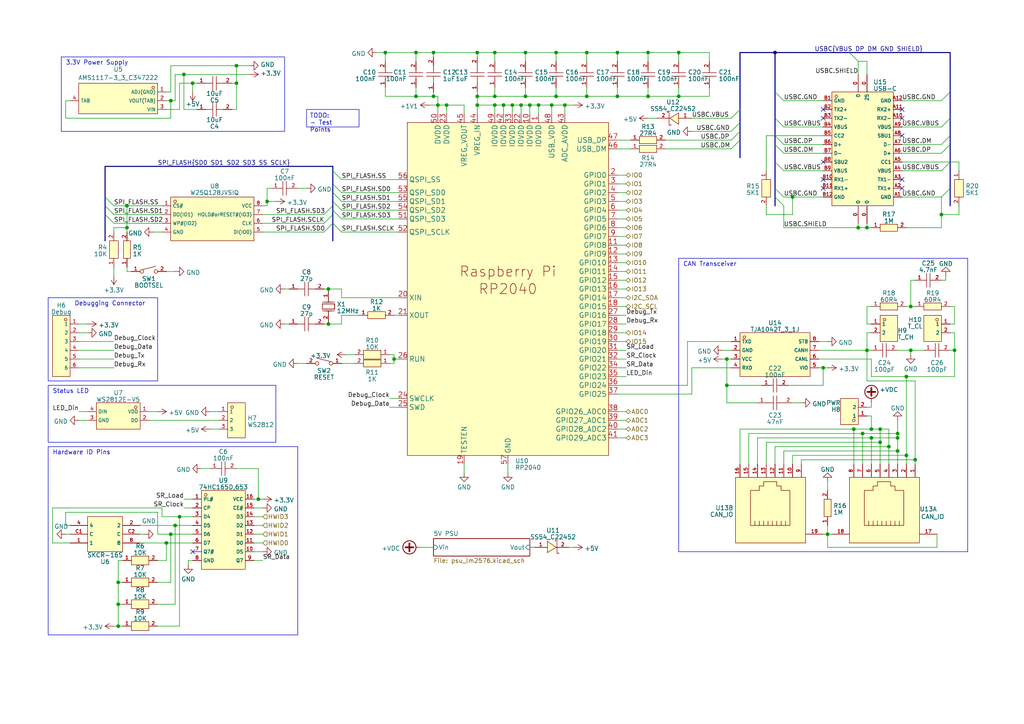
<source format=kicad_sch>
(kicad_sch (version 20230121) (generator eeschema)
  (paper "A4")
  (title_block (title "Pi RP2040 MCU") (date "2024-01-10") (rev "0") (company "DrinkRobotics") (comment 1 "https://git.xythobuz.de/thomas/Dispensy") (comment 3 "PCB Thickness: 1mm") (comment 4 "DRAFT DRAFT DRAFT DRAFT DRAFT"))
  (junction (at 129.54 30.48))
  (junction (at 125.73 15.24))
  (junction (at 152.4 27.94))
  (junction (at 179.07 15.24))
  (junction (at 52.07 149.86))
  (junction (at 170.18 15.24))
  (junction (at 68.58 24.13))
  (junction (at 53.34 21.59))
  (junction (at 276.86 101.6))
  (junction (at 179.07 27.94))
  (junction (at 114.3 104.14))
  (junction (at 77.47 58.42))
  (junction (at 260.35 130.81))
  (junction (at 55.88 24.13))
  (junction (at 255.27 124.46))
  (junction (at 125.73 27.94))
  (junction (at 248.92 66.04))
  (junction (at 146.05 30.48))
  (junction (at 262.89 132.08))
  (junction (at 138.43 30.48))
  (junction (at 250.19 125.73))
  (junction (at 151.13 30.48))
  (junction (at 252.73 127))
  (junction (at 187.96 27.94))
  (junction (at 163.83 30.48))
  (junction (at 251.46 101.6))
  (junction (at 160.02 30.48))
  (junction (at 247.65 124.46))
  (junction (at 252.73 124.46))
  (junction (at 34.29 181.61))
  (junction (at 74.93 144.78))
  (junction (at 251.46 66.04))
  (junction (at 187.96 15.24))
  (junction (at 161.29 15.24))
  (junction (at 143.51 30.48))
  (junction (at 170.18 27.94))
  (junction (at 264.16 88.9))
  (junction (at 143.51 27.94))
  (junction (at 156.21 30.48))
  (junction (at 273.05 62.23))
  (junction (at 68.58 19.05))
  (junction (at 36.83 59.69))
  (junction (at 238.76 106.68))
  (junction (at 48.26 157.48))
  (junction (at 49.53 29.21))
  (junction (at 196.85 15.24))
  (junction (at 265.43 133.35))
  (junction (at 264.16 101.6))
  (junction (at 262.89 109.22))
  (junction (at 196.85 27.94))
  (junction (at 161.29 27.94))
  (junction (at 95.25 83.82))
  (junction (at 95.25 93.98))
  (junction (at 138.43 27.94))
  (junction (at 50.8 152.4))
  (junction (at 111.76 15.24))
  (junction (at 152.4 15.24))
  (junction (at 34.29 168.91))
  (junction (at 36.83 66.04))
  (junction (at 210.82 111.76))
  (junction (at 224.79 15.24))
  (junction (at 260.35 125.73))
  (junction (at 240.03 154.94))
  (junction (at 255.27 128.27))
  (junction (at 49.53 154.94))
  (junction (at 257.81 129.54))
  (junction (at 143.51 15.24))
  (junction (at 153.67 30.48))
  (junction (at 127 30.48))
  (junction (at 210.82 104.14))
  (junction (at 120.65 15.24))
  (junction (at 229.87 57.15))
  (junction (at 138.43 15.24))
  (junction (at 260.35 127))
  (junction (at 148.59 30.48))
  (junction (at 34.29 175.26))
  (junction (at 120.65 27.94))
  (no_connect (at 238.76 46.99))
  (no_connect (at 238.76 54.61))
  (no_connect (at 238.76 31.75))
  (no_connect (at 55.88 160.02))
  (no_connect (at 261.62 52.07))
  (no_connect (at 238.76 34.29))
  (no_connect (at 261.62 31.75))
  (no_connect (at 261.62 34.29))
  (no_connect (at 261.62 54.61))
  (no_connect (at 238.76 52.07))
  (no_connect (at 261.62 39.37))
  (bus_entry (at 275.59 54.61) (size -2.54 2.54))
  (bus_entry (at 30.48 62.23) (size 2.54 2.54))
  (bus_entry (at 275.59 26.67) (size -2.54 2.54))
  (bus_entry (at 214.63 40.64) (size -2.54 2.54))
  (bus_entry (at 224.79 41.91) (size 2.54 2.54))
  (bus_entry (at 214.63 35.56) (size -2.54 2.54))
  (bus_entry (at 96.52 55.88) (size 2.54 2.54))
  (bus_entry (at 30.48 59.69) (size 2.54 2.54))
  (bus_entry (at 224.79 54.61) (size 2.54 2.54))
  (bus_entry (at 96.52 64.77) (size 2.54 2.54))
  (bus_entry (at 224.79 26.67) (size 2.54 2.54))
  (bus_entry (at 96.52 58.42) (size 2.54 2.54))
  (bus_entry (at 96.52 64.77) (size -2.54 2.54))
  (bus_entry (at 275.59 46.99) (size -2.54 2.54))
  (bus_entry (at 224.79 34.29) (size 2.54 2.54))
  (bus_entry (at 275.59 39.37) (size -2.54 2.54))
  (bus_entry (at 96.52 59.69) (size -2.54 2.54))
  (bus_entry (at 224.79 39.37) (size 2.54 2.54))
  (bus_entry (at 275.59 34.29) (size -2.54 2.54))
  (bus_entry (at 96.52 60.96) (size 2.54 2.54))
  (bus_entry (at 30.48 57.15) (size 2.54 2.54))
  (bus_entry (at 96.52 49.53) (size 2.54 2.54))
  (bus_entry (at 275.59 41.91) (size -2.54 2.54))
  (bus_entry (at 214.63 31.75) (size -2.54 2.54))
  (bus_entry (at 96.52 53.34) (size 2.54 2.54))
  (bus_entry (at 224.79 57.15) (size 2.54 2.54))
  (bus_entry (at 96.52 62.23) (size -2.54 2.54))
  (bus_entry (at 246.38 15.24) (size 2.54 2.54))
  (bus_entry (at 214.63 38.1) (size -2.54 2.54))
  (bus_entry (at 224.79 46.99) (size 2.54 2.54))
  (bus (pts (xy 96.52 64.77) (xy 96.52 69.85)))
  (wire (pts (xy 22.86 99.06) (xy 33.02 99.06)))
  (wire (pts (xy 52.07 24.13) (xy 55.88 24.13)))
  (wire (pts (xy 229.87 134.62) (xy 229.87 132.08)))
  (wire (pts (xy 99.06 67.31) (xy 115.57 67.31)))
  (wire (pts (xy 52.07 31.75) (xy 52.07 24.13)))
  (wire (pts (xy 262.89 109.22) (xy 276.86 109.22)))
  (wire (pts (xy 114.3 91.44) (xy 115.57 91.44)))
  (wire (pts (xy 196.85 15.24) (xy 196.85 17.78)))
  (wire (pts (xy 227.33 130.81) (xy 260.35 130.81)))
  (wire (pts (xy 143.51 30.48) (xy 143.51 33.02)))
  (wire (pts (xy 25.4 121.92) (xy 22.86 121.92)))
  (wire (pts (xy 163.83 30.48) (xy 166.37 30.48)))
  (wire (pts (xy 22.86 104.14) (xy 33.02 104.14)))
  (wire (pts (xy 143.51 30.48) (xy 146.05 30.48)))
  (wire (pts (xy 278.13 62.23) (xy 273.05 62.23)))
  (wire (pts (xy 36.83 78.74) (xy 38.1 78.74)))
  (wire (pts (xy 45.72 148.59) (xy 45.72 154.94)))
  (wire (pts (xy 125.73 15.24) (xy 120.65 15.24)))
  (bus (pts (xy 214.63 15.24) (xy 214.63 31.75)))
  (wire (pts (xy 217.17 125.73) (xy 250.19 125.73)))
  (wire (pts (xy 252.73 109.22) (xy 262.89 109.22)))
  (wire (pts (xy 264.16 101.6) (xy 267.97 101.6)))
  (wire (pts (xy 55.88 24.13) (xy 57.15 24.13)))
  (wire (pts (xy 146.05 33.02) (xy 146.05 30.48)))
  (wire (pts (xy 227.33 36.83) (xy 238.76 36.83)))
  (wire (pts (xy 153.67 158.75) (xy 154.94 158.75)))
  (wire (pts (xy 205.74 15.24) (xy 205.74 17.78)))
  (bus (pts (xy 275.59 15.24) (xy 275.59 26.67)))
  (wire (pts (xy 48.26 78.74) (xy 50.8 78.74)))
  (wire (pts (xy 179.07 53.34) (xy 181.61 53.34)))
  (wire (pts (xy 278.13 59.69) (xy 278.13 62.23)))
  (wire (pts (xy 220.98 111.76) (xy 210.82 111.76)))
  (wire (pts (xy 19.05 152.4) (xy 19.05 148.59)))
  (wire (pts (xy 15.24 157.48) (xy 15.24 147.32)))
  (wire (pts (xy 95.25 83.82) (xy 99.06 83.82)))
  (wire (pts (xy 143.51 27.94) (xy 152.4 27.94)))
  (wire (pts (xy 179.07 93.98) (xy 181.61 93.98)))
  (wire (pts (xy 161.29 15.24) (xy 161.29 17.78)))
  (wire (pts (xy 40.64 152.4) (xy 50.8 152.4)))
  (wire (pts (xy 43.18 121.92) (xy 63.5 121.92)))
  (wire (pts (xy 200.66 114.3) (xy 200.66 106.68)))
  (wire (pts (xy 227.33 29.21) (xy 238.76 29.21)))
  (bus (pts (xy 224.79 15.24) (xy 214.63 15.24)))
  (wire (pts (xy 151.13 30.48) (xy 153.67 30.48)))
  (wire (pts (xy 99.06 63.5) (xy 115.57 63.5)))
  (wire (pts (xy 248.92 64.77) (xy 248.92 66.04)))
  (wire (pts (xy 22.86 96.52) (xy 25.4 96.52)))
  (wire (pts (xy 127 33.02) (xy 127 30.48)))
  (bus (pts (xy 96.52 59.69) (xy 96.52 60.96)))
  (wire (pts (xy 222.25 134.62) (xy 222.25 128.27)))
  (wire (pts (xy 227.33 59.69) (xy 227.33 66.04)))
  (bus (pts (xy 96.52 53.34) (xy 96.52 55.88)))
  (wire (pts (xy 196.85 27.94) (xy 205.74 27.94)))
  (wire (pts (xy 179.07 101.6) (xy 181.61 101.6)))
  (wire (pts (xy 179.07 27.94) (xy 187.96 27.94)))
  (wire (pts (xy 179.07 86.36) (xy 181.61 86.36)))
  (bus (pts (xy 96.52 48.26) (xy 30.48 48.26)))
  (wire (pts (xy 127 27.94) (xy 127 30.48)))
  (wire (pts (xy 210.82 111.76) (xy 210.82 104.14)))
  (wire (pts (xy 265.43 133.35) (xy 265.43 134.62)))
  (wire (pts (xy 121.92 158.75) (xy 125.73 158.75)))
  (wire (pts (xy 57.15 31.75) (xy 53.34 31.75)))
  (bus (pts (xy 96.52 49.53) (xy 96.52 53.34)))
  (wire (pts (xy 78.74 54.61) (xy 77.47 54.61)))
  (wire (pts (xy 260.35 125.73) (xy 260.35 127)))
  (wire (pts (xy 222.25 49.53) (xy 222.25 39.37)))
  (wire (pts (xy 179.07 68.58) (xy 181.61 68.58)))
  (wire (pts (xy 179.07 124.46) (xy 181.61 124.46)))
  (bus (pts (xy 275.59 46.99) (xy 275.59 54.61)))
  (wire (pts (xy 179.07 15.24) (xy 179.07 17.78)))
  (wire (pts (xy 252.73 96.52) (xy 251.46 96.52)))
  (wire (pts (xy 187.96 27.94) (xy 196.85 27.94)))
  (wire (pts (xy 219.71 134.62) (xy 219.71 127)))
  (bus (pts (xy 224.79 15.24) (xy 246.38 15.24)))
  (wire (pts (xy 179.07 63.5) (xy 181.61 63.5)))
  (wire (pts (xy 152.4 25.4) (xy 152.4 27.94)))
  (wire (pts (xy 257.81 129.54) (xy 257.81 124.46)))
  (wire (pts (xy 134.62 30.48) (xy 129.54 30.48)))
  (wire (pts (xy 34.29 175.26) (xy 34.29 181.61)))
  (wire (pts (xy 222.25 128.27) (xy 255.27 128.27)))
  (wire (pts (xy 73.66 157.48) (xy 76.2 157.48)))
  (wire (pts (xy 199.39 99.06) (xy 212.09 99.06)))
  (wire (pts (xy 227.33 49.53) (xy 238.76 49.53)))
  (wire (pts (xy 73.66 147.32) (xy 76.2 147.32)))
  (wire (pts (xy 179.07 127) (xy 181.61 127)))
  (wire (pts (xy 50.8 152.4) (xy 55.88 152.4)))
  (wire (pts (xy 19.05 154.94) (xy 20.32 154.94)))
  (wire (pts (xy 261.62 29.21) (xy 273.05 29.21)))
  (wire (pts (xy 229.87 116.84) (xy 232.41 116.84)))
  (wire (pts (xy 34.29 162.56) (xy 34.29 168.91)))
  (wire (pts (xy 179.07 25.4) (xy 179.07 27.94)))
  (wire (pts (xy 111.76 27.94) (xy 120.65 27.94)))
  (wire (pts (xy 227.33 57.15) (xy 229.87 57.15)))
  (wire (pts (xy 20.32 29.21) (xy 19.05 29.21)))
  (bus (pts (xy 30.48 62.23) (xy 30.48 69.85)))
  (wire (pts (xy 148.59 30.48) (xy 151.13 30.48)))
  (bus (pts (xy 224.79 54.61) (xy 224.79 46.99)))
  (wire (pts (xy 224.79 39.37) (xy 238.76 39.37)))
  (wire (pts (xy 222.25 59.69) (xy 222.25 62.23)))
  (wire (pts (xy 99.06 60.96) (xy 115.57 60.96)))
  (wire (pts (xy 48.26 157.48) (xy 55.88 157.48)))
  (wire (pts (xy 53.34 144.78) (xy 55.88 144.78)))
  (bus (pts (xy 275.59 54.61) (xy 275.59 59.69)))
  (wire (pts (xy 210.82 116.84) (xy 210.82 111.76)))
  (wire (pts (xy 152.4 27.94) (xy 161.29 27.94)))
  (wire (pts (xy 261.62 36.83) (xy 273.05 36.83)))
  (wire (pts (xy 271.78 154.94) (xy 271.78 158.75)))
  (wire (pts (xy 247.65 124.46) (xy 247.65 134.62)))
  (wire (pts (xy 33.02 64.77) (xy 46.99 64.77)))
  (wire (pts (xy 36.83 59.69) (xy 46.99 59.69)))
  (wire (pts (xy 35.56 181.61) (xy 34.29 181.61)))
  (wire (pts (xy 33.02 62.23) (xy 46.99 62.23)))
  (wire (pts (xy 68.58 135.89) (xy 74.93 135.89)))
  (wire (pts (xy 260.35 121.92) (xy 260.35 125.73)))
  (wire (pts (xy 238.76 154.94) (xy 240.03 154.94)))
  (wire (pts (xy 68.58 19.05) (xy 72.39 19.05)))
  (wire (pts (xy 240.03 154.94) (xy 241.3 154.94)))
  (wire (pts (xy 261.62 44.45) (xy 273.05 44.45)))
  (wire (pts (xy 77.47 58.42) (xy 77.47 59.69)))
  (wire (pts (xy 252.73 104.14) (xy 252.73 109.22)))
  (wire (pts (xy 273.05 66.04) (xy 273.05 62.23)))
  (wire (pts (xy 113.03 102.87) (xy 114.3 102.87)))
  (wire (pts (xy 187.96 15.24) (xy 187.96 17.78)))
  (wire (pts (xy 36.83 59.69) (xy 36.83 66.04)))
  (bus (pts (xy 275.59 26.67) (xy 275.59 34.29)))
  (wire (pts (xy 251.46 101.6) (xy 251.46 110.49)))
  (wire (pts (xy 153.67 30.48) (xy 153.67 33.02)))
  (wire (pts (xy 193.04 40.64) (xy 212.09 40.64)))
  (wire (pts (xy 209.55 104.14) (xy 210.82 104.14)))
  (wire (pts (xy 113.03 118.11) (xy 115.57 118.11)))
  (wire (pts (xy 271.78 158.75) (xy 240.03 158.75)))
  (bus (pts (xy 214.63 40.64) (xy 214.63 45.72)))
  (wire (pts (xy 196.85 25.4) (xy 196.85 27.94)))
  (wire (pts (xy 200.66 106.68) (xy 212.09 106.68)))
  (wire (pts (xy 170.18 25.4) (xy 170.18 27.94)))
  (bus (pts (xy 30.48 59.69) (xy 30.48 62.23)))
  (bus (pts (xy 275.59 34.29) (xy 275.59 39.37)))
  (bus (pts (xy 224.79 46.99) (xy 224.79 41.91)))
  (wire (pts (xy 276.86 96.52) (xy 276.86 101.6)))
  (wire (pts (xy 170.18 27.94) (xy 179.07 27.94)))
  (wire (pts (xy 275.59 101.6) (xy 276.86 101.6)))
  (wire (pts (xy 36.83 77.47) (xy 36.83 78.74)))
  (wire (pts (xy 48.26 31.75) (xy 52.07 31.75)))
  (wire (pts (xy 222.25 62.23) (xy 229.87 62.23)))
  (wire (pts (xy 33.02 77.47) (xy 33.02 80.01)))
  (wire (pts (xy 46.99 149.86) (xy 52.07 149.86)))
  (wire (pts (xy 34.29 168.91) (xy 35.56 168.91)))
  (wire (pts (xy 77.47 54.61) (xy 77.47 58.42)))
  (wire (pts (xy 148.59 30.48) (xy 148.59 33.02)))
  (wire (pts (xy 134.62 134.62) (xy 134.62 137.16)))
  (wire (pts (xy 45.72 181.61) (xy 52.07 181.61)))
  (wire (pts (xy 152.4 15.24) (xy 152.4 17.78)))
  (wire (pts (xy 113.03 105.41) (xy 114.3 105.41)))
  (wire (pts (xy 273.05 62.23) (xy 273.05 57.15)))
  (wire (pts (xy 48.26 162.56) (xy 48.26 157.48)))
  (wire (pts (xy 238.76 111.76) (xy 238.76 106.68)))
  (wire (pts (xy 45.72 119.38) (xy 43.18 119.38)))
  (wire (pts (xy 22.86 93.98) (xy 25.4 93.98)))
  (wire (pts (xy 114.3 104.14) (xy 115.57 104.14)))
  (wire (pts (xy 68.58 24.13) (xy 68.58 19.05)))
  (wire (pts (xy 251.46 66.04) (xy 252.73 66.04)))
  (wire (pts (xy 179.07 60.96) (xy 181.61 60.96)))
  (wire (pts (xy 161.29 27.94) (xy 170.18 27.94)))
  (wire (pts (xy 127 30.48) (xy 129.54 30.48)))
  (wire (pts (xy 22.86 101.6) (xy 33.02 101.6)))
  (wire (pts (xy 99.06 58.42) (xy 115.57 58.42)))
  (wire (pts (xy 252.73 127) (xy 260.35 127)))
  (wire (pts (xy 48.26 26.67) (xy 49.53 26.67)))
  (wire (pts (xy 170.18 15.24) (xy 170.18 17.78)))
  (wire (pts (xy 88.9 105.41) (xy 86.36 105.41)))
  (wire (pts (xy 170.18 15.24) (xy 179.07 15.24)))
  (wire (pts (xy 111.76 17.78) (xy 111.76 15.24)))
  (wire (pts (xy 251.46 21.59) (xy 251.46 17.78)))
  (wire (pts (xy 179.07 71.12) (xy 181.61 71.12)))
  (wire (pts (xy 237.49 99.06) (xy 240.03 99.06)))
  (wire (pts (xy 250.19 125.73) (xy 250.19 134.62)))
  (wire (pts (xy 77.47 58.42) (xy 80.01 58.42)))
  (wire (pts (xy 260.35 130.81) (xy 260.35 134.62)))
  (wire (pts (xy 275.59 96.52) (xy 276.86 96.52)))
  (wire (pts (xy 60.96 124.46) (xy 63.5 124.46)))
  (wire (pts (xy 257.81 129.54) (xy 257.81 134.62)))
  (wire (pts (xy 238.76 106.68) (xy 240.03 106.68)))
  (wire (pts (xy 224.79 134.62) (xy 224.79 129.54)))
  (wire (pts (xy 76.2 67.31) (xy 93.98 67.31)))
  (wire (pts (xy 179.07 73.66) (xy 181.61 73.66)))
  (wire (pts (xy 193.04 43.18) (xy 212.09 43.18)))
  (wire (pts (xy 49.53 29.21) (xy 50.8 29.21)))
  (wire (pts (xy 138.43 30.48) (xy 143.51 30.48)))
  (wire (pts (xy 125.73 15.24) (xy 138.43 15.24)))
  (wire (pts (xy 187.96 25.4) (xy 187.96 27.94)))
  (wire (pts (xy 214.63 134.62) (xy 214.63 124.46)))
  (bus (pts (xy 96.52 48.26) (xy 96.52 49.53)))
  (wire (pts (xy 251.46 120.65) (xy 252.73 120.65)))
  (wire (pts (xy 156.21 30.48) (xy 160.02 30.48)))
  (wire (pts (xy 138.43 33.02) (xy 138.43 30.48)))
  (wire (pts (xy 260.35 101.6) (xy 264.16 101.6)))
  (wire (pts (xy 40.64 157.48) (xy 48.26 157.48)))
  (wire (pts (xy 179.07 43.18) (xy 182.88 43.18)))
  (wire (pts (xy 74.93 135.89) (xy 74.93 144.78)))
  (bus (pts (xy 224.79 41.91) (xy 224.79 39.37)))
  (wire (pts (xy 35.56 162.56) (xy 34.29 162.56)))
  (wire (pts (xy 251.46 101.6) (xy 252.73 101.6)))
  (wire (pts (xy 76.2 64.77) (xy 93.98 64.77)))
  (wire (pts (xy 260.35 127) (xy 260.35 130.81)))
  (wire (pts (xy 237.49 104.14) (xy 252.73 104.14)))
  (wire (pts (xy 187.96 34.29) (xy 190.5 34.29)))
  (wire (pts (xy 251.46 88.9) (xy 251.46 93.98)))
  (wire (pts (xy 161.29 25.4) (xy 161.29 27.94)))
  (wire (pts (xy 73.66 144.78) (xy 74.93 144.78)))
  (wire (pts (xy 179.07 15.24) (xy 187.96 15.24)))
  (wire (pts (xy 251.46 96.52) (xy 251.46 101.6)))
  (wire (pts (xy 45.72 154.94) (xy 49.53 154.94)))
  (wire (pts (xy 49.53 34.29) (xy 49.53 29.21)))
  (bus (pts (xy 96.52 60.96) (xy 96.52 62.23)))
  (wire (pts (xy 219.71 116.84) (xy 210.82 116.84)))
  (wire (pts (xy 179.07 76.2) (xy 181.61 76.2)))
  (wire (pts (xy 99.06 91.44) (xy 104.14 91.44)))
  (wire (pts (xy 219.71 127) (xy 252.73 127)))
  (wire (pts (xy 19.05 34.29) (xy 49.53 34.29)))
  (bus (pts (xy 224.79 57.15) (xy 224.79 54.61)))
  (wire (pts (xy 196.85 15.24) (xy 205.74 15.24)))
  (wire (pts (xy 199.39 111.76) (xy 199.39 99.06)))
  (bus (pts (xy 214.63 31.75) (xy 214.63 35.56)))
  (wire (pts (xy 200.66 38.1) (xy 212.09 38.1)))
  (wire (pts (xy 255.27 128.27) (xy 255.27 134.62)))
  (wire (pts (xy 124.46 30.48) (xy 127 30.48)))
  (wire (pts (xy 52.07 181.61) (xy 52.07 149.86)))
  (wire (pts (xy 93.98 93.98) (xy 95.25 93.98)))
  (wire (pts (xy 138.43 26.67) (xy 138.43 27.94)))
  (wire (pts (xy 261.62 49.53) (xy 273.05 49.53)))
  (wire (pts (xy 163.83 33.02) (xy 163.83 30.48)))
  (wire (pts (xy 138.43 15.24) (xy 143.51 15.24)))
  (wire (pts (xy 52.07 149.86) (xy 55.88 149.86)))
  (wire (pts (xy 99.06 55.88) (xy 115.57 55.88)))
  (wire (pts (xy 179.07 40.64) (xy 182.88 40.64)))
  (wire (pts (xy 151.13 30.48) (xy 151.13 33.02)))
  (wire (pts (xy 76.2 62.23) (xy 93.98 62.23)))
  (wire (pts (xy 276.86 93.98) (xy 275.59 93.98)))
  (wire (pts (xy 68.58 31.75) (xy 68.58 24.13)))
  (wire (pts (xy 99.06 93.98) (xy 99.06 91.44)))
  (wire (pts (xy 209.55 101.6) (xy 212.09 101.6)))
  (wire (pts (xy 247.65 124.46) (xy 252.73 124.46)))
  (wire (pts (xy 33.02 181.61) (xy 34.29 181.61)))
  (wire (pts (xy 210.82 104.14) (xy 212.09 104.14)))
  (wire (pts (xy 237.49 106.68) (xy 238.76 106.68)))
  (wire (pts (xy 252.73 118.11) (xy 252.73 116.84)))
  (wire (pts (xy 49.53 168.91) (xy 49.53 154.94)))
  (wire (pts (xy 99.06 83.82) (xy 99.06 86.36)))
  (wire (pts (xy 274.32 81.28) (xy 274.32 80.01)))
  (wire (pts (xy 264.16 81.28) (xy 264.16 88.9)))
  (wire (pts (xy 54.61 162.56) (xy 54.61 163.83)))
  (wire (pts (xy 265.43 110.49) (xy 265.43 133.35)))
  (wire (pts (xy 120.65 25.4) (xy 120.65 27.94)))
  (wire (pts (xy 93.98 83.82) (xy 95.25 83.82)))
  (wire (pts (xy 73.66 149.86) (xy 76.2 149.86)))
  (wire (pts (xy 179.07 121.92) (xy 181.61 121.92)))
  (wire (pts (xy 60.96 119.38) (xy 63.5 119.38)))
  (wire (pts (xy 227.33 44.45) (xy 238.76 44.45)))
  (wire (pts (xy 179.07 50.8) (xy 181.61 50.8)))
  (wire (pts (xy 248.92 66.04) (xy 251.46 66.04)))
  (wire (pts (xy 179.07 91.44) (xy 181.61 91.44)))
  (wire (pts (xy 55.88 26.67) (xy 55.88 24.13)))
  (wire (pts (xy 275.59 88.9) (xy 276.86 88.9)))
  (wire (pts (xy 22.86 119.38) (xy 25.4 119.38)))
  (wire (pts (xy 161.29 15.24) (xy 170.18 15.24)))
  (wire (pts (xy 40.64 154.94) (xy 41.91 154.94)))
  (wire (pts (xy 46.99 147.32) (xy 46.99 149.86)))
  (wire (pts (xy 179.07 83.82) (xy 181.61 83.82)))
  (wire (pts (xy 45.72 175.26) (xy 50.8 175.26)))
  (wire (pts (xy 138.43 27.94) (xy 143.51 27.94)))
  (wire (pts (xy 240.03 158.75) (xy 240.03 154.94)))
  (wire (pts (xy 251.46 110.49) (xy 265.43 110.49)))
  (wire (pts (xy 179.07 81.28) (xy 181.61 81.28)))
  (wire (pts (xy 95.25 93.98) (xy 99.06 93.98)))
  (wire (pts (xy 237.49 101.6) (xy 251.46 101.6)))
  (wire (pts (xy 147.32 134.62) (xy 147.32 137.16)))
  (wire (pts (xy 109.22 15.24) (xy 111.76 15.24)))
  (wire (pts (xy 222.25 39.37) (xy 224.79 39.37)))
  (bus (pts (xy 246.38 15.24) (xy 275.59 15.24)))
  (wire (pts (xy 73.66 162.56) (xy 76.2 162.56)))
  (wire (pts (xy 251.46 93.98) (xy 252.73 93.98)))
  (wire (pts (xy 278.13 49.53) (xy 278.13 46.99)))
  (wire (pts (xy 44.45 67.31) (xy 46.99 67.31)))
  (wire (pts (xy 153.67 30.48) (xy 156.21 30.48)))
  (wire (pts (xy 53.34 147.32) (xy 55.88 147.32)))
  (wire (pts (xy 152.4 15.24) (xy 161.29 15.24)))
  (wire (pts (xy 179.07 96.52) (xy 181.61 96.52)))
  (wire (pts (xy 19.05 148.59) (xy 45.72 148.59)))
  (bus (pts (xy 214.63 35.56) (xy 214.63 38.1)))
  (bus (pts (xy 96.52 58.42) (xy 96.52 59.69)))
  (wire (pts (xy 232.41 133.35) (xy 265.43 133.35)))
  (wire (pts (xy 111.76 15.24) (xy 120.65 15.24)))
  (wire (pts (xy 55.88 162.56) (xy 54.61 162.56)))
  (wire (pts (xy 187.96 15.24) (xy 196.85 15.24)))
  (wire (pts (xy 229.87 62.23) (xy 229.87 57.15)))
  (wire (pts (xy 82.55 83.82) (xy 83.82 83.82)))
  (wire (pts (xy 125.73 16.51) (xy 125.73 15.24)))
  (wire (pts (xy 160.02 30.48) (xy 160.02 33.02)))
  (wire (pts (xy 50.8 21.59) (xy 50.8 29.21)))
  (wire (pts (xy 19.05 29.21) (xy 19.05 34.29)))
  (bus (pts (xy 30.48 48.26) (xy 30.48 57.15)))
  (wire (pts (xy 248.92 17.78) (xy 251.46 17.78)))
  (wire (pts (xy 143.51 15.24) (xy 143.51 17.78)))
  (wire (pts (xy 276.86 88.9) (xy 276.86 93.98)))
  (wire (pts (xy 252.73 127) (xy 252.73 134.62)))
  (wire (pts (xy 49.53 154.94) (xy 55.88 154.94)))
  (bus (pts (xy 224.79 59.69) (xy 224.79 57.15)))
  (wire (pts (xy 227.33 41.91) (xy 238.76 41.91)))
  (wire (pts (xy 179.07 66.04) (xy 181.61 66.04)))
  (wire (pts (xy 232.41 134.62) (xy 232.41 133.35)))
  (bus (pts (xy 275.59 41.91) (xy 275.59 46.99)))
  (wire (pts (xy 49.53 19.05) (xy 68.58 19.05)))
  (wire (pts (xy 114.3 105.41) (xy 114.3 104.14)))
  (wire (pts (xy 240.03 152.4) (xy 240.03 154.94)))
  (wire (pts (xy 15.24 147.32) (xy 46.99 147.32)))
  (wire (pts (xy 228.6 111.76) (xy 238.76 111.76)))
  (wire (pts (xy 67.31 24.13) (xy 68.58 24.13)))
  (wire (pts (xy 160.02 30.48) (xy 163.83 30.48)))
  (wire (pts (xy 125.73 27.94) (xy 125.73 26.67)))
  (wire (pts (xy 73.66 160.02) (xy 76.2 160.02)))
  (wire (pts (xy 113.03 115.57) (xy 115.57 115.57)))
  (wire (pts (xy 36.83 66.04) (xy 36.83 67.31)))
  (wire (pts (xy 262.89 109.22) (xy 262.89 132.08)))
  (wire (pts (xy 261.62 57.15) (xy 273.05 57.15)))
  (wire (pts (xy 33.02 67.31) (xy 33.02 66.04)))
  (wire (pts (xy 114.3 102.87) (xy 114.3 104.14)))
  (bus (pts (xy 275.59 39.37) (xy 275.59 41.91)))
  (wire (pts (xy 255.27 124.46) (xy 255.27 128.27)))
  (wire (pts (xy 265.43 81.28) (xy 264.16 81.28)))
  (bus (pts (xy 30.48 57.15) (xy 30.48 59.69)))
  (wire (pts (xy 261.62 41.91) (xy 273.05 41.91)))
  (wire (pts (xy 86.36 54.61) (xy 88.9 54.61)))
  (wire (pts (xy 67.31 31.75) (xy 68.58 31.75)))
  (wire (pts (xy 179.07 111.76) (xy 199.39 111.76)))
  (wire (pts (xy 261.62 46.99) (xy 275.59 46.99)))
  (bus (pts (xy 224.79 15.24) (xy 224.79 26.67)))
  (bus (pts (xy 96.52 55.88) (xy 96.52 58.42)))
  (wire (pts (xy 129.54 30.48) (xy 129.54 33.02)))
  (wire (pts (xy 252.73 124.46) (xy 255.27 124.46)))
  (wire (pts (xy 251.46 64.77) (xy 251.46 66.04)))
  (wire (pts (xy 156.21 30.48) (xy 156.21 33.02)))
  (wire (pts (xy 34.29 175.26) (xy 34.29 168.91)))
  (wire (pts (xy 262.89 88.9) (xy 264.16 88.9)))
  (wire (pts (xy 73.66 154.94) (xy 76.2 154.94)))
  (wire (pts (xy 134.62 33.02) (xy 134.62 30.48)))
  (wire (pts (xy 143.51 15.24) (xy 152.4 15.24)))
  (wire (pts (xy 74.93 144.78) (xy 76.2 144.78)))
  (wire (pts (xy 179.07 58.42) (xy 181.61 58.42)))
  (wire (pts (xy 76.2 59.69) (xy 77.47 59.69)))
  (wire (pts (xy 251.46 118.11) (xy 252.73 118.11)))
  (wire (pts (xy 240.03 139.7) (xy 240.03 142.24)))
  (wire (pts (xy 99.06 86.36) (xy 115.57 86.36)))
  (wire (pts (xy 227.33 134.62) (xy 227.33 130.81)))
  (wire (pts (xy 45.72 168.91) (xy 49.53 168.91)))
  (wire (pts (xy 179.07 106.68) (xy 181.61 106.68)))
  (wire (pts (xy 138.43 16.51) (xy 138.43 15.24)))
  (wire (pts (xy 120.65 27.94) (xy 125.73 27.94)))
  (wire (pts (xy 58.42 135.89) (xy 60.96 135.89)))
  (wire (pts (xy 179.07 114.3) (xy 200.66 114.3)))
  (wire (pts (xy 200.66 34.29) (xy 212.09 34.29)))
  (wire (pts (xy 255.27 124.46) (xy 257.81 124.46)))
  (wire (pts (xy 179.07 104.14) (xy 181.61 104.14)))
  (wire (pts (xy 120.65 15.24) (xy 120.65 17.78)))
  (wire (pts (xy 248.92 17.78) (xy 248.92 21.59)))
  (bus (pts (xy 224.79 39.37) (xy 224.79 34.29)))
  (wire (pts (xy 20.32 152.4) (xy 19.05 152.4)))
  (wire (pts (xy 50.8 175.26) (xy 50.8 152.4)))
  (wire (pts (xy 146.05 30.48) (xy 148.59 30.48)))
  (wire (pts (xy 49.53 29.21) (xy 48.26 29.21)))
  (bus (pts (xy 224.79 34.29) (xy 224.79 26.67)))
  (wire (pts (xy 229.87 132.08) (xy 262.89 132.08)))
  (wire (pts (xy 214.63 124.46) (xy 247.65 124.46)))
  (wire (pts (xy 73.66 152.4) (xy 76.2 152.4)))
  (wire (pts (xy 262.89 132.08) (xy 262.89 134.62)))
  (wire (pts (xy 179.07 55.88) (xy 181.61 55.88)))
  (wire (pts (xy 102.87 105.41) (xy 99.06 105.41)))
  (wire (pts (xy 125.73 27.94) (xy 127 27.94)))
  (wire (pts (xy 264.16 88.9) (xy 265.43 88.9)))
  (wire (pts (xy 165.1 158.75) (xy 166.37 158.75)))
  (wire (pts (xy 179.07 109.22) (xy 181.61 109.22)))
  (wire (pts (xy 20.32 157.48) (xy 15.24 157.48)))
  (wire (pts (xy 99.06 52.07) (xy 115.57 52.07)))
  (wire (pts (xy 250.19 125.73) (xy 260.35 125.73)))
  (wire (pts (xy 33.02 59.69) (xy 36.83 59.69)))
  (wire (pts (xy 229.87 57.15) (xy 238.76 57.15)))
  (wire (pts (xy 53.34 21.59) (xy 72.39 21.59)))
  (wire (pts (xy 35.56 175.26) (xy 34.29 175.26)))
  (bus (pts (xy 96.52 62.23) (xy 96.52 64.77)))
  (wire (pts (xy 224.79 129.54) (xy 257.81 129.54)))
  (wire (pts (xy 252.73 120.65) (xy 252.73 124.46)))
  (wire (pts (xy 273.05 81.28) (xy 274.32 81.28)))
  (bus (pts (xy 214.63 38.1) (xy 214.63 40.64)))
  (wire (pts (xy 275.59 46.99) (xy 278.13 46.99)))
  (wire (pts (xy 276.86 109.22) (xy 276.86 101.6)))
  (wire (pts (xy 100.33 102.87) (xy 102.87 102.87)))
  (wire (pts (xy 82.55 93.98) (xy 83.82 93.98)))
  (wire (pts (xy 22.86 106.68) (xy 33.02 106.68)))
  (wire (pts (xy 179.07 99.06) (xy 181.61 99.06)))
  (wire (pts (xy 205.74 27.94) (xy 205.74 25.4)))
  (wire (pts (xy 53.34 21.59) (xy 53.34 31.75)))
  (wire (pts (xy 262.89 66.04) (xy 273.05 66.04)))
  (wire (pts (xy 49.53 26.67) (xy 49.53 19.05)))
  (wire (pts (xy 50.8 21.59) (xy 53.34 21.59)))
  (wire (pts (xy 227.33 66.04) (xy 248.92 66.04)))
  (wire (pts (xy 111.76 25.4) (xy 111.76 27.94)))
  (wire (pts (xy 264.16 101.6) (xy 264.16 102.87)))
  (wire (pts (xy 179.07 78.74) (xy 181.61 78.74)))
  (wire (pts (xy 138.43 27.94) (xy 138.43 30.48)))
  (wire (pts (xy 143.51 25.4) (xy 143.51 27.94)))
  (wire (pts (xy 179.07 119.38) (xy 181.61 119.38)))
  (wire (pts (xy 179.07 88.9) (xy 181.61 88.9)))
  (wire (pts (xy 33.02 66.04) (xy 36.83 66.04)))
  (wire (pts (xy 252.73 88.9) (xy 251.46 88.9)))
  (wire (pts (xy 45.72 162.56) (xy 48.26 162.56)))
  (wire (pts (xy 217.17 134.62) (xy 217.17 125.73)))
  (rectangle (start 13.97 111.76) (end 80.01 128.27))
  (rectangle (start 13.97 129.54) (end 86.36 184.15))
  (rectangle (start 13.97 86.36) (end 45.72 110.49))
  (rectangle (start 196.85 74.93) (end 280.67 160.02))
  (rectangle (start 17.78 16.51) (end 82.55 38.1))
  (text_box "TODO:\n- Test Points" (at 88.9 31.75 0) (size 15.24 5.08) (effects (font (size 1.27 1.27)) (justify left top)))
  (text "Hardware ID Pins" (at 15.24 132.08 0) (effects (font (size 1.27 1.27)) (justify left bottom)))
  (text "Debugging Connector" (at 21.59 88.9 0) (effects (font (size 1.27 1.27)) (justify left bottom)))
  (text "CAN Transceiver" (at 198.12 77.47 0) (effects (font (size 1.27 1.27)) (justify left bottom)))
  (text "Status LED" (at 15.24 114.3 0) (effects (font (size 1.27 1.27)) (justify left bottom)))
  (text "3.3V Power Supply" (at 19.05 19.05 0) (effects (font (size 1.27 1.27)) (justify left bottom)))
  (label "SPI_FLASH.SD3" (at 99.06 63.5 0))
  (label "SR_Clock" (at 53.34 147.32 180))
  (label "USBC.VBUS" (at 261.62 49.53 0))
  (label "SPI_FLASH.SD2" (at 33.02 64.77 0))
  (label "Debug_Tx" (at 181.61 91.44 0))
  (label "USBC.GND" (at 261.62 57.15 0))
  (label "SPI_FLASH.SS" (at 99.06 52.07 0))
  (label "USBC{VBUS DP DM GND SHIELD}" (at 236.22 15.24 0))
  (label "Debug_Tx" (at 33.02 104.14 0))
  (label "SPI_FLASH.SCLK" (at 99.06 67.31 0))
  (label "SPI_FLASH.SD0" (at 99.06 55.88 0))
  (label "USBC.DP" (at 227.33 41.91 0))
  (label "USBC.GND" (at 227.33 29.21 0))
  (label "Debug_Clock" (at 33.02 99.06 0))
  (label "SPI_FLASH{SD0 SD1 SD2 SD3 SS SCLK}" (at 45.72 48.26 0))
  (label "Debug_Data" (at 33.02 101.6 0))
  (label "SPI_FLASH.SD1" (at 33.02 62.23 0))
  (label "SPI_FLASH.SCLK" (at 78.74 64.77 0))
  (label "USBC.SHIELD" (at 227.33 66.04 0))
  (label "SPI_FLASH.SS" (at 33.02 59.69 0))
  (label "LED_Din" (at 22.86 119.38 180))
  (label "USBC.GND" (at 261.62 29.21 0))
  (label "SPI_FLASH.SD3" (at 80.01 62.23 0))
  (label "USBC.DP" (at 203.2 40.64 0))
  (label "USBC.DM" (at 203.2 43.18 0))
  (label "USBC.VBUS" (at 200.66 34.29 0))
  (label "USBC.VBUS" (at 227.33 36.83 0))
  (label "Debug_Rx" (at 33.02 106.68 0))
  (label "USBC.GND" (at 227.33 57.15 0))
  (label "SR_Load" (at 53.34 144.78 180))
  (label "USBC.GND" (at 201.93 38.1 0))
  (label "Debug_Data" (at 113.03 118.11 180))
  (label "USBC.VBUS" (at 261.62 36.83 0))
  (label "SR_Data" (at 76.2 162.56 0))
  (label "SR_Load" (at 181.61 101.6 0))
  (label "LED_Din" (at 181.61 109.22 0))
  (label "SPI_FLASH.SD2" (at 99.06 60.96 0))
  (label "USBC.DM" (at 261.62 41.91 0))
  (label "USBC.VBUS" (at 227.33 49.53 0))
  (label "Debug_Clock" (at 113.03 115.57 180))
  (label "USBC.DP" (at 261.62 44.45 0))
  (label "SPI_FLASH.SD0" (at 80.01 67.31 0))
  (label "USBC.DM" (at 227.33 44.45 0))
  (label "SR_Data" (at 181.61 106.68 0))
  (label "USBC.SHIELD" (at 248.92 21.59 180))
  (label "SR_Clock" (at 181.61 104.14 0))
  (label "SPI_FLASH.SD1" (at 99.06 58.42 0))
  (label "Debug_Rx" (at 181.61 93.98 0))
  (hierarchical_label "IO8" (shape bidirectional) (at 181.61 71.12 0))
  (hierarchical_label "ADC1" (shape bidirectional) (at 181.61 121.92 0))
  (hierarchical_label "IO4" (shape bidirectional) (at 181.61 60.96 0))
  (hierarchical_label "IO5" (shape bidirectional) (at 181.61 63.5 0))
  (hierarchical_label "ADC2" (shape bidirectional) (at 181.61 124.46 0))
  (hierarchical_label "IO3" (shape bidirectional) (at 181.61 58.42 0))
  (hierarchical_label "IO2" (shape bidirectional) (at 181.61 55.88 0))
  (hierarchical_label "IO0" (shape bidirectional) (at 181.61 50.8 0))
  (hierarchical_label "IO15" (shape bidirectional) (at 181.61 99.06 0))
  (hierarchical_label "ADC3" (shape bidirectional) (at 181.61 127 0))
  (hierarchical_label "HWID0" (shape input) (at 76.2 157.48 0))
  (hierarchical_label "ADC0" (shape bidirectional) (at 181.61 119.38 0))
  (hierarchical_label "IO12" (shape bidirectional) (at 181.61 81.28 0))
  (hierarchical_label "IO6" (shape bidirectional) (at 181.61 66.04 0))
  (hierarchical_label "IO7" (shape bidirectional) (at 181.61 68.58 0))
  (hierarchical_label "I2C_SDA" (shape bidirectional) (at 181.61 86.36 0))
  (hierarchical_label "IO13" (shape bidirectional) (at 181.61 83.82 0))
  (hierarchical_label "IO10" (shape bidirectional) (at 181.61 76.2 0))
  (hierarchical_label "IO14" (shape bidirectional) (at 181.61 96.52 0))
  (hierarchical_label "IO1" (shape bidirectional) (at 181.61 53.34 0))
  (hierarchical_label "IO11" (shape bidirectional) (at 181.61 78.74 0))
  (hierarchical_label "HWID2" (shape input) (at 76.2 152.4 0))
  (hierarchical_label "I2C_SCL" (shape bidirectional) (at 181.61 88.9 0))
  (hierarchical_label "IO9" (shape bidirectional) (at 181.61 73.66 0))
  (hierarchical_label "HWID3" (shape input) (at 76.2 149.86 0))
  (hierarchical_label "HWID1" (shape input) (at 76.2 154.94 0))
  (symbol (lib_id "power:GND") (at 264.16 102.87 0) (unit 1)
    (property "Reference" "#PWR067" (effects hide))
    (property "Value" "GND" (at 264.16 107.0055 0))
  )
  (symbol (lib_id "power:GND") (at 54.61 163.83 0) (unit 1)
    (property "Reference" "#PWR035" (effects hide))
    (property "Value" "GND" (at 54.61 167.9655 0))
  )
  (symbol (lib_id "jlc:C0402C0G270G500NTB") (at 88.9 83.82 0) (unit 1)
    (property "Reference" "C8" (at 88.9 78.9051 0))
    (property "Value" "27p" (at 88.9 80.8261 0))
    (property "Footprint" "jlc_footprints:C0402" (effects hide))
    (property "Datasheet" "https://item.szlcsc.com/15869.html" (effects hide))
    (property "LCSC" "C140675" (effects hide))
    (property "Capacitance" "27pF" (effects hide))
  )
  (symbol (lib_id "power:GND") (at 72.39 19.05 90) (mirror x) (unit 1)
    (property "Reference" "#PWR037" (effects hide))
    (property "Value" "GND" (at 75.565 18.7332 90) (effects (justify right)))
  )
  (symbol (lib_id "power:+3.3V") (at 100.33 102.87 90) (unit 1)
    (property "Reference" "#PWR049" (effects hide))
    (property "Value" "+3.3V" (at 95.885 103.1868 90) (effects (justify left)))
  )
  (symbol (lib_id "jlc:GCM155R71H473KE02J") (at 224.79 116.84 0) (unit 1)
    (property "Reference" "C23" (at 224.79 120.4675 0))
    (property "Value" "47nF" (at 224.79 122.3885 0))
    (property "Footprint" "jlc_footprints:C0402" (effects hide))
    (property "Datasheet" "https://item.szlcsc.com/15869.html" (effects hide))
    (property "LCSC" "C697422" (effects hide))
    (property "Capacitance" "47nF" (effects hide))
  )
  (symbol (lib_id "power:+5V") (at 209.55 104.14 90) (unit 1)
    (property "Reference" "#PWR060" (effects hide))
    (property "Value" "+5V" (at 206.3751 104.4568 90) (effects (justify left)))
  )
  (symbol (lib_id "jlc:WR04X27R4FTL") (at 187.96 40.64 0) (unit 1)
    (property "Reference" "R13" (at 187.96 36.7411 0))
    (property "Value" "27R4" (at 187.96 38.6621 0))
    (property "Footprint" "jlc_footprints:R0402" (effects hide))
    (property "Datasheet" "https://item.szlcsc.com/323315.html" (effects hide))
    (property "LCSC" "C172043" (effects hide))
    (property "Resistance" "27.4Ω" (effects hide))
  )
  (symbol (lib_id "jlc:CC0402KRX7R8BB104") (at 143.51 21.59 90) (unit 1)
    (property "Reference" "C14" (at 146.177 20.9463 90) (effects (justify right)))
    (property "Value" "100nF" (at 146.177 22.8673 90) (effects (justify right)))
    (property "Footprint" "jlc_footprints:C0402" (effects hide))
    (property "Datasheet" "https://item.szlcsc.com/15869.html" (effects hide))
    (property "LCSC" "C105883" (effects hide))
    (property "Capacitance" "100nF" (effects hide))
  )
  (symbol (lib_id "jlc:CR-02FL6---10K") (at 40.64 162.56 0) (unit 1)
    (property "Reference" "R6" (at 40.64 158.4071 0))
    (property "Value" "10K" (at 40.64 160.3281 0))
    (property "Footprint" "jlc_footprints:R0402" (effects hide))
    (property "Datasheet" "https://item.szlcsc.com/323315.html" (effects hide))
    (property "LCSC" "C406733" (effects hide))
    (property "Resistance" "10kΩ" (effects hide))
  )
  (symbol (lib_id "power:GND") (at 76.2 160.02 90) (unit 1)
    (property "Reference" "#PWR043" (effects hide))
    (property "Value" "GND" (at 79.375 160.3368 90) (effects (justify right)))
  )
  (symbol (lib_id "jlc:CR-02FL6---10K") (at 40.64 175.26 0) (unit 1)
    (property "Reference" "R8" (at 40.64 171.1071 0))
    (property "Value" "10K" (at 40.64 173.0281 0))
    (property "Footprint" "jlc_footprints:R0402" (effects hide))
    (property "Datasheet" "https://item.szlcsc.com/323315.html" (effects hide))
    (property "LCSC" "C406733" (effects hide))
    (property "Resistance" "10kΩ" (effects hide))
  )
  (symbol (lib_id "jlc:CC0402KRX7R8BB104") (at 196.85 21.59 90) (unit 1)
    (property "Reference" "C20" (at 199.517 20.9463 90) (effects (justify right)))
    (property "Value" "100nF" (at 199.517 22.8673 90) (effects (justify right)))
    (property "Footprint" "jlc_footprints:C0402" (effects hide))
    (property "Datasheet" "https://item.szlcsc.com/15869.html" (effects hide))
    (property "LCSC" "C105883" (effects hide))
    (property "Capacitance" "100nF" (effects hide))
  )
  (symbol (lib_id "jlc:SS54_C22452") (at 195.58 34.29 0) (unit 1)
    (property "Reference" "U12" (at 195.199 29.6291 0))
    (property "Value" "SS54_C22452" (at 195.199 31.5501 0))
    (property "Footprint" "jlc_footprints:SMA_L4.4-W2.8-LS5.4-R-RD" (effects hide))
    (property "Datasheet" "https://item.szlcsc.com/310096.html" (effects hide))
    (property "LCSC" "C22452" (effects hide))
  )
  (symbol (lib_id "jlc:W25Q128JVSIQ") (at 60.96 63.5 0) (unit 1)
    (property "Reference" "U8" (at 62.23 53.959 0))
    (property "Value" "W25Q128JVSIQ" (at 62.23 55.88 0))
    (property "Footprint" "jlc_footprints:SOIC-8_L5.3-W5.3-P1.27-LS8.0-BL" (effects hide))
    (property "Datasheet" "https://item.szlcsc.com/63461.html" (effects hide))
    (property "LCSC" "C113767" (effects hide))
  )
  (symbol (lib_id "jlc:AC1206FR-0760R4L") (at 270.51 88.9 0) (unit 1)
    (property "Reference" "R19" (at 270.51 85.0011 0))
    (property "Value" "60R4" (at 270.51 86.9221 0))
    (property "Footprint" "jlc_footprints:R1206" (effects hide))
    (property "Datasheet" "https://item.szlcsc.com/311874.html" (effects hide))
    (property "LCSC" "C144481" (effects hide))
    (property "Resistance" "60.4Ω" (effects hide))
  )
  (symbol (lib_id "power:GND") (at 82.55 83.82 270) (unit 1)
    (property "Reference" "#PWR045" (effects hide))
    (property "Value" "GND" (at 79.3751 84.1368 90) (effects (justify right)))
  )
  (symbol (lib_id "jlc:22025403P00CKMT") (at 67.31 121.92 0) (unit 1)
    (property "Reference" "H7" (at 71.755 121.2763 0) (effects (justify left)))
    (property "Value" "WS2812" (at 71.755 123.1973 0) (effects (justify left)))
    (property "Footprint" "jlc_footprints:HDR-TH_3P-P2.54-V-F" (effects hide))
    (property "Datasheet" "https://item.szlcsc.com/562471.html" (effects hide))
    (property "LCSC" "C146690" (effects hide))
  )
  (symbol (lib_id "power:GND") (at 88.9 54.61 90) (unit 1)
    (property "Reference" "#PWR048" (effects hide))
    (property "Value" "GND" (at 92.075 54.9268 90) (effects (justify right)))
  )
  (symbol (lib_id "jlc:Header-Female-2_54_1x6") (at 17.78 100.33 0) (mirror y) (unit 1)
    (property "Reference" "H6" (at 17.78 88.5571 0))
    (property "Value" "Debug" (at 17.78 90.4781 0))
    (property "Footprint" "jlc_footprints:HDR-TH_6P-P2.54-V-F" (effects hide))
    (property "Datasheet" "https://so.szlcsc.com/global.html?c=&k=C40877" (effects hide))
    (property "LCSC" "C40877" (effects hide))
  )
  (symbol (lib_id "jlc:CC0402KRX7R8BB104") (at 205.74 21.59 90) (unit 1)
    (property "Reference" "C21" (at 208.407 20.9463 90) (effects (justify right)))
    (property "Value" "100nF" (at 208.407 22.8673 90) (effects (justify right)))
    (property "Footprint" "jlc_footprints:C0402" (effects hide))
    (property "Datasheet" "https://item.szlcsc.com/15869.html" (effects hide))
    (property "LCSC" "C105883" (effects hide))
    (property "Capacitance" "100nF" (effects hide))
  )
  (symbol (lib_id "power:GND") (at 134.62 137.16 0) (unit 1)
    (property "Reference" "#PWR053" (effects hide))
    (property "Value" "GND" (at 134.62 141.2955 0))
  )
  (symbol (lib_id "power:+3.3V") (at 80.01 58.42 270) (unit 1)
    (property "Reference" "#PWR044" (effects hide))
    (property "Value" "+3.3V" (at 83.185 58.7368 90) (effects (justify left)))
  )
  (symbol (lib_id "power:GND") (at 76.2 147.32 90) (unit 1)
    (property "Reference" "#PWR042" (effects hide))
    (property "Value" "GND" (at 79.375 147.6368 90) (effects (justify right)))
  )
  (symbol (lib_id "jlc:0402X105K160") (at 138.43 21.59 90) (unit 1)
    (property "Reference" "C13" (at 135.7631 20.9463 90) (effects (justify left)))
    (property "Value" "1uF" (at 135.7631 22.8673 90) (effects (justify left)))
    (property "Footprint" "jlc_footprints:C0402" (effects hide))
    (property "Datasheet" "https://item.szlcsc.com/15869.html" (effects hide))
    (property "LCSC" "C83063" (effects hide))
    (property "Capacitance" "1uF" (effects hide))
  )
  (symbol (lib_id "jlc:CC0402JRNPO9BN101") (at 271.78 101.6 0) (unit 1)
    (property "Reference" "C26" (at 271.78 105.2275 0))
    (property "Value" "100pF" (at 271.78 107.1485 0))
    (property "Footprint" "jlc_footprints:C0402" (effects hide))
    (property "Datasheet" "https://item.szlcsc.com/15869.html" (effects hide))
    (property "LCSC" "C106200" (effects hide))
    (property "Capacitance" "100pF" (effects hide))
  )
  (symbol (lib_id "jlc:TCC0603X5R106M100CT") (at 62.23 31.75 270) (mirror x) (unit 1)
    (property "Reference" "C4" (at 62.23 36.6649 90))
    (property "Value" "10uF" (at 62.23 34.7439 90))
    (property "Footprint" "jlc_footprints:C0603" (effects hide))
    (property "Datasheet" "https://item.szlcsc.com/362304.html" (effects hide))
    (property "LCSC" "C380316" (effects hide))
    (property "Capacitance" "10uF" (effects hide))
  )
  (symbol (lib_id "power:+5V") (at 55.88 26.67 0) (mirror x) (unit 1)
    (property "Reference" "#PWR030" (effects hide))
    (property "Value" "+5V" (at 55.88 30.1719 0))
  )
  (symbol (lib_id "jlc:CR-02FL6---10K") (at 33.02 72.39 90) (unit 1)
    (property "Reference" "R4" (at 31.115 71.7463 90) (effects (justify left)))
    (property "Value" "10K" (at 31.115 73.6673 90) (effects (justify left)))
    (property "Footprint" "jlc_footprints:R0402" (effects hide))
    (property "Datasheet" "https://item.szlcsc.com/323315.html" (effects hide))
    (property "LCSC" "C406733" (effects hide))
    (property "Resistance" "10kΩ" (effects hide))
  )
  (symbol (lib_id "jlc:AMS1117-3_3_C347222") (at 33.02 29.21 0) (mirror y) (unit 1)
    (property "Reference" "U5" (at 34.29 20.1127 0))
    (property "Value" "AMS1117-3_3_C347222" (at 34.29 22.5369 0))
    (property "Footprint" "jlc_footprints:SOT-223-4_L6.5-W3.5-P2.30-LS7.0-BR" (effects hide))
    (property "Datasheet" "https://item.szlcsc.com/84517.html" (effects hide))
    (property "LCSC" "C347222" (effects hide))
  )
  (symbol (lib_id "power:+5V") (at 187.96 34.29 90) (unit 1)
    (property "Reference" "#PWR057" (effects hide))
    (property "Value" "+5V" (at 184.7851 34.6068 90) (effects (justify left)))
  )
  (symbol (lib_id "jlc:0402B472K500CT") (at 269.24 81.28 0) (unit 1)
    (property "Reference" "C25" (at 269.24 76.3651 0))
    (property "Value" "4.7nF" (at 269.24 78.2861 0))
    (property "Footprint" "jlc_footprints:C0402" (effects hide))
    (property "Datasheet" "https://item.szlcsc.com/15869.html" (effects hide))
    (property "LCSC" "C237221" (effects hide))
    (property "Capacitance" "4.7nF" (effects hide))
  )
  (symbol (lib_id "power:+3.3V") (at 72.39 21.59 270) (mirror x) (unit 1)
    (property "Reference" "#PWR036" (effects hide))
    (property "Value" "+3.3V" (at 75.565 21.2732 90) (effects (justify left)))
  )
  (symbol (lib_id "jlc:CR-02FL6---5K1") (at 222.25 54.61 270) (unit 1)
    (property "Reference" "R15" (at 220.345 53.9663 90) (effects (justify right)))
    (property "Value" "5K1" (at 220.345 55.8873 90) (effects (justify right)))
    (property "Footprint" "jlc_footprints:R0402" (effects hide))
    (property "Datasheet" "https://item.szlcsc.com/323315.html" (effects hide))
    (property "LCSC" "C409700" (effects hide))
    (property "Resistance" "5.1kΩ" (effects hide))
  )
  (symbol (lib_id "power:+1V1") (at 124.46 30.48 90) (unit 1)
    (property "Reference" "#PWR052" (effects hide))
    (property "Value" "+1V1" (at 121.285 30.7968 90) (effects (justify left)))
  )
  (symbol (lib_id "jlc:WR04X27R4FTL") (at 187.96 43.18 0) (unit 1)
    (property "Reference" "R14" (at 187.96 45.7915 0))
    (property "Value" "27R4" (at 187.96 47.7125 0))
    (property "Footprint" "jlc_footprints:R0402" (effects hide))
    (property "Datasheet" "https://item.szlcsc.com/323315.html" (effects hide))
    (property "LCSC" "C172043" (effects hide))
    (property "Resistance" "27.4Ω" (effects hide))
  )
  (symbol (lib_id "jlc:CR-02FL6----1K") (at 109.22 91.44 0) (unit 1)
    (property "Reference" "R12" (at 109.22 87.5411 0))
    (property "Value" "1K" (at 109.22 89.4621 0))
    (property "Footprint" "jlc_footprints:R0402" (effects hide))
    (property "Datasheet" "https://item.szlcsc.com/323315.html" (effects hide))
    (property "LCSC" "C279981" (effects hide))
    (property "Resistance" "1kΩ" (effects hide))
  )
  (symbol (lib_id "power:+5V") (at 166.37 158.75 270) (unit 1)
    (property "Reference" "#PWR056" (effects hide))
    (property "Value" "+5V" (at 169.545 159.0668 90) (effects (justify left)))
  )
  (symbol (lib_id "power:GND") (at 44.45 67.31 270) (unit 1)
    (property "Reference" "#PWR032" (effects hide))
    (property "Value" "GND" (at 41.2751 67.6268 90) (effects (justify right)))
  )
  (symbol (lib_id "jlc:ABM3-12_000MHZ-D2Y-T") (at 95.25 88.9 270) (unit 1)
    (property "Reference" "X1" (at 97.663 88.2563 90) (effects (justify left)))
    (property "Value" "12MHz" (at 97.663 90.1773 90) (effects (justify left)))
    (property "Footprint" "jlc_footprints:OSC-SMD_2P-L5.0-W3.2" (effects hide))
    (property "Datasheet" "https://item.szlcsc.com/315173.html" (effects hide))
    (property "LCSC" "C148313" (effects hide))
    (property "Frequency" "12MHz" (effects hide))
  )
  (symbol (lib_id "jlc:DS1129-05-S80BP-X") (at 256.54 146.05 180) (unit 1)
    (property "Reference" "U13" (at 269.24 147.6455 0))
    (property "Value" "CAN_IO" (at 270.51 149.86 0))
    (property "Footprint" "jlc_footprints:RJ45-TH_DS1129-05-S80BP-X" (effects hide))
    (property "Datasheet" "https://item.szlcsc.com/87757.html" (effects hide))
    (property "LCSC" "C86580" (effects hide))
  )
  (symbol (lib_id "jlc:105450-0101") (at 250.19 43.18 0) (unit 1)
    (property "Reference" "U15" (at 253.2809 23.7871 0) (effects (justify left)))
    (property "Value" "USB-C" (at 253.2809 25.7081 0) (effects (justify left)))
    (property "Footprint" "jlc_footprints:USB-C-SMD_TYPE-C-USB-18" (effects hide))
    (property "Datasheet" "https://item.szlcsc.com/145400.html" (effects hide))
    (property "LCSC" "C134092" (effects hide))
  )
  (symbol (lib_id "jlc:0402X105K160") (at 125.73 21.59 90) (unit 1)
    (property "Reference" "C12" (at 128.397 20.9463 90) (effects (justify right)))
    (property "Value" "1uF" (at 128.397 22.8673 90) (effects (justify right)))
    (property "Footprint" "jlc_footprints:C0402" (effects hide))
    (property "Datasheet" "https://item.szlcsc.com/15869.html" (effects hide))
    (property "LCSC" "C83063" (effects hide))
    (property "Capacitance" "1uF" (effects hide))
  )
  (symbol (lib_id "power:GND") (at 22.86 121.92 270) (mirror x) (unit 1)
    (property "Reference" "#PWR025" (effects hide))
    (property "Value" "GND" (at 19.685 122.2368 90) (effects (justify right)))
  )
  (symbol (lib_id "jlc:22-28-4020") (at 256.54 95.25 0) (unit 1)
    (property "Reference" "H9" (at 260.35 95.869 0) (effects (justify left)))
    (property "Value" "T_CH" (at 260.35 97.79 0) (effects (justify left)))
    (property "Footprint" "jlc_footprints:HDR-TH_2P-P2.54-V-M-1" (effects hide))
    (property "Datasheet" "https://item.szlcsc.com/366904.html" (effects hide))
    (property "LCSC" "C234182" (effects hide))
  )
  (symbol (lib_id "power:GND") (at 82.55 93.98 270) (unit 1)
    (property "Reference" "#PWR046" (effects hide))
    (property "Value" "GND" (at 79.3751 94.2968 90) (effects (justify right)))
  )
  (symbol (lib_id "power:+3.3V") (at 240.03 106.68 270) (unit 1)
    (property "Reference" "#PWR063" (effects hide))
    (property "Value" "+3.3V" (at 243.205 106.9968 90) (effects (justify left)))
  )
  (symbol (lib_id "jlc:CR-02FL6---10K") (at 107.95 102.87 0) (mirror y) (unit 1)
    (property "Reference" "R10" (at 107.95 98.7171 0))
    (property "Value" "10K" (at 107.95 100.6381 0))
    (property "Footprint" "jlc_footprints:R0402" (effects hide))
    (property "Datasheet" "https://item.szlcsc.com/323315.html" (effects hide))
    (property "LCSC" "C406733" (effects hide))
    (property "Resistance" "10kΩ" (effects hide))
  )
  (symbol (lib_id "power:+5V") (at 45.72 119.38 270) (mirror x) (unit 1)
    (property "Reference" "#PWR033" (effects hide))
    (property "Value" "+5V" (at 48.8949 119.6968 90) (effects (justify left)))
  )
  (symbol (lib_id "power:+VDC") (at 252.73 116.84 0) (unit 1)
    (property "Reference" "#PWR065" (effects hide))
    (property "Value" "+VDC" (at 257.81 113.03 0))
  )
  (symbol (lib_id "power:GND") (at 147.32 137.16 0) (unit 1)
    (property "Reference" "#PWR054" (effects hide))
    (property "Value" "GND" (at 147.32 141.2955 0))
  )
  (symbol (lib_id "power:GND") (at 41.91 154.94 90) (unit 1)
    (property "Reference" "#PWR031" (effects hide))
    (property "Value" "GND" (at 43.18 151.13 90))
  )
  (symbol (lib_id "power:GND") (at 25.4 96.52 90) (unit 1)
    (property "Reference" "#PWR027" (effects hide))
    (property "Value" "GND" (at 28.575 96.8368 90) (effects (justify right)))
  )
  (symbol (lib_id "jlc:TS-1092U-B3D2") (at 93.98 105.41 0) (mirror y) (unit 1)
    (property "Reference" "SW2" (at 93.98 107.5135 0))
    (property "Value" "RESET" (at 93.98 109.4345 0))
    (property "Footprint" "jlc_footprints:SW-SMD_L6.1-W3.6-LS6.6" (effects hide))
    (property "Datasheet" "https://item.szlcsc.com/537807.html" (effects hide))
    (property "LCSC" "C520861" (effects hide))
  )
  (symbol (lib_id "power:GND") (at 19.05 154.94 270) (unit 1)
    (property "Reference" "#PWR024" (effects hide))
    (property "Value" "GND" (at 17.78 152.7081 90))
  )
  (symbol (lib_id "jlc:C0402C0G270G500NTB") (at 88.9 93.98 0) (unit 1)
    (property "Reference" "C9" (at 88.9 89.0651 0))
    (property "Value" "27p" (at 88.9 90.9861 0))
    (property "Footprint" "jlc_footprints:C0402" (effects hide))
    (property "Datasheet" "https://item.szlcsc.com/15869.html" (effects hide))
    (property "LCSC" "C140675" (effects hide))
    (property "Capacitance" "27pF" (effects hide))
  )
  (symbol (lib_id "jlc:CC0402KRX7R8BB104") (at 170.18 21.59 90) (unit 1)
    (property "Reference" "C17" (at 172.847 20.9463 90) (effects (justify right)))
    (property "Value" "100nF" (at 172.847 22.8673 90) (effects (justify right)))
    (property "Footprint" "jlc_footprints:C0402" (effects hide))
    (property "Datasheet" "https://item.szlcsc.com/15869.html" (effects hide))
    (property "LCSC" "C105883" (effects hide))
    (property "Capacitance" "100nF" (effects hide))
  )
  (symbol (lib_id "jlc:WS2812E-V5") (at 33.02 121.92 0) (mirror y) (unit 1)
    (property "Reference" "U7" (at 34.29 113.9571 0))
    (property "Value" "WS2812E-V5" (at 34.29 115.8781 0))
    (property "Footprint" "jlc_footprints:LED-SMD_4P-L5.0-W5.0-LS5.4-TL-1" (effects hide))
    (property "Datasheet" "https://img.jlc.com/pdf/applyPasteComponent/2022-03-02/714375A/dfc24d31841c42bc8cca891b5175562b/TX1812CXA-5050%E5%86%85%E7%BD%AEIC%E8%A7%84%E6%A0%BC%E4%B9%A6.pdf" (effects hide))
    (property "LCSC" "C2920042" (effects hide))
  )
  (symbol (lib_id "jlc:TJA1042T_3_1J") (at 224.79 102.87 0) (unit 1)
    (property "Reference" "U14" (at 224.79 93.6371 0))
    (property "Value" "TJA1042T_3_1J" (at 224.79 95.5581 0))
    (property "Footprint" "jlc_footprints:SOIC-8_L5.0-W4.0-P1.27-LS6.0-BL" (effects hide))
    (property "Datasheet" "https://item.szlcsc.com/417287.html" (effects hide))
    (property "LCSC" "C132227" (effects hide))
  )
  (symbol (lib_id "jlc:CC0402KRX7R8BB104") (at 161.29 21.59 90) (unit 1)
    (property "Reference" "C16" (at 163.957 20.9463 90) (effects (justify right)))
    (property "Value" "100nF" (at 163.957 22.8673 90) (effects (justify right)))
    (property "Footprint" "jlc_footprints:C0402" (effects hide))
    (property "Datasheet" "https://item.szlcsc.com/15869.html" (effects hide))
    (property "LCSC" "C105883" (effects hide))
    (property "Capacitance" "100nF" (effects hide))
  )
  (symbol (lib_id "power:+VDC") (at 121.92 158.75 90) (unit 1)
    (property "Reference" "#PWR051" (effects hide))
    (property "Value" "+VDC" (at 116.078 159.0668 90) (effects (justify left)))
  )
  (symbol (lib_id "jlc:22-28-4020") (at 247.65 119.38 180) (unit 1)
    (property "Reference" "H8" (at 243.84 118.761 0) (effects (justify left)))
    (property "Value" "PWR" (at 243.84 116.84 0) (effects (justify left)))
    (property "Footprint" "jlc_footprints:HDR-TH_2P-P2.54-V-M-1" (effects hide))
    (property "Datasheet" "https://item.szlcsc.com/366904.html" (effects hide))
    (property "LCSC" "C234182" (effects hide))
  )
  (symbol (lib_id "jlc:TS-1092U-B3D2") (at 43.18 78.74 0) (unit 1)
    (property "Reference" "SW1" (at 43.18 80.8435 0))
    (property "Value" "BOOTSEL" (at 43.18 82.7645 0))
    (property "Footprint" "jlc_footprints:SW-SMD_L6.1-W3.6-LS6.6" (effects hide))
    (property "Datasheet" "https://item.szlcsc.com/537807.html" (effects hide))
    (property "LCSC" "C520861" (effects hide))
  )
  (symbol (lib_id "power:GND") (at 274.32 80.01 180) (unit 1)
    (property "Reference" "#PWR068" (effects hide))
    (property "Value" "GND" (at 274.32 76.5081 0))
  )
  (symbol (lib_id "power:+3.3V") (at 166.37 30.48 270) (unit 1)
    (property "Reference" "#PWR055" (effects hide))
    (property "Value" "+3.3V" (at 169.545 30.7968 90) (effects (justify left)))
  )
  (symbol (lib_id "jlc:CR-02FL6---5K1") (at 278.13 54.61 270) (unit 1)
    (property "Reference" "R20" (at 280.035 53.9663 90) (effects (justify left)))
    (property "Value" "5K1" (at 280.035 55.8873 90) (effects (justify left)))
    (property "Footprint" "jlc_footprints:R0402" (effects hide))
    (property "Datasheet" "https://item.szlcsc.com/323315.html" (effects hide))
    (property "LCSC" "C409700" (effects hide))
    (property "Resistance" "5.1kΩ" (effects hide))
  )
  (symbol (lib_id "jlc:AC0402FR-071ML") (at 257.81 66.04 0) (unit 1)
    (property "Reference" "R17" (at 257.81 62.1411 0))
    (property "Value" "1M" (at 257.81 64.0621 0))
    (property "Footprint" "jlc_footprints:R0402" (effects hide))
    (property "Datasheet" "https://item.szlcsc.com/323315.html" (effects hide))
    (property "LCSC" "C144787" (effects hide))
    (property "Resistance" "1MΩ" (effects hide))
  )
  (symbol (lib_id "jlc:SS54_C22452") (at 160.02 158.75 180) (unit 1)
    (property "Reference" "U11" (at 160.401 153.8351 0))
    (property "Value" "SS54_C22452" (at 160.401 155.7561 0))
    (property "Footprint" "jlc_footprints:SMA_L4.4-W2.8-LS5.4-R-RD" (effects hide))
    (property "Datasheet" "https://item.szlcsc.com/310096.html" (effects hide))
    (property "LCSC" "C22452" (effects hide))
  )
  (symbol (lib_id "jlc:CR-02FL6----1K") (at 107.95 105.41 0) (mirror y) (unit 1)
    (property "Reference" "R11" (at 107.95 108.0215 0))
    (property "Value" "1K" (at 107.95 109.9425 0))
    (property "Footprint" "jlc_footprints:R0402" (effects hide))
    (property "Datasheet" "https://item.szlcsc.com/323315.html" (effects hide))
    (property "LCSC" "C279981" (effects hide))
    (property "Resistance" "1kΩ" (effects hide))
  )
  (symbol (lib_id "power:GND") (at 86.36 105.41 270) (mirror x) (unit 1)
    (property "Reference" "#PWR047" (effects hide))
    (property "Value" "GND" (at 83.185 105.7268 90) (effects (justify right)))
  )
  (symbol (lib_id "jlc:CC0402JRNPO9BN101") (at 256.54 101.6 0) (unit 1)
    (property "Reference" "C24" (at 256.54 105.2275 0))
    (property "Value" "100pF" (at 256.54 107.1485 0))
    (property "Footprint" "jlc_footprints:C0402" (effects hide))
    (property "Datasheet" "https://item.szlcsc.com/15869.html" (effects hide))
    (property "LCSC" "C106200" (effects hide))
    (property "Capacitance" "100pF" (effects hide))
  )
  (symbol (lib_id "jlc:74HC165D,653") (at 64.77 153.67 0) (unit 1)
    (property "Reference" "U9" (at 64.77 139.3571 0))
    (property "Value" "74HC165D,653" (at 64.77 141.2781 0))
    (property "Footprint" "jlc_footprints:SOIC-16_L9.9-W3.9-P1.27-LS6.0-BL" (effects hide))
    (property "Datasheet" "http://datasheet.octopart.com/MC14076BDR2G-ON-Semiconductor-datasheet-608107.pdf" (effects hide))
    (property "LCSC" "C5613" (effects hide))
  )
  (symbol (lib_id "power:+3.3V") (at 76.2 144.78 270) (unit 1)
    (property "Reference" "#PWR041" (effects hide))
    (property "Value" "+3.3V" (at 79.375 145.0968 90) (effects (justify left)))
  )
  (symbol (lib_id "power:GND") (at 232.41 116.84 90) (unit 1)
    (property "Reference" "#PWR061" (effects hide))
    (property "Value" "GND" (at 235.585 117.1568 90) (effects (justify right)))
  )
  (symbol (lib_id "jlc:RP2040") (at 147.32 86.36 0) (unit 1)
    (property "Reference" "U10" (at 149.3775 133.6756 0) (effects (justify left)))
    (property "Value" "RP2040" (at 149.3775 135.5966 0) (effects (justify left)))
    (property "Footprint" "jlc_footprints:LQFN-56_L7.0-W7.0-P0.4-EP" (effects hide))
    (property "Datasheet" "https://atta.szlcsc.com/upload/public/pdf/source/20210621/C2040_96F425825606B7957D87DD32E2512CA9.pdf" (effects hide))
    (property "LCSC" "C2040" (effects hide))
  )
  (symbol (lib_id "power:GND") (at 260.35 121.92 180) (unit 1)
    (property "Reference" "#PWR066" (effects hide))
    (property "Value" "GND" (at 260.35 118.4181 0))
  )
  (symbol (lib_id "jlc:CC0402KRX7R8BB104") (at 111.76 21.59 90) (unit 1)
    (property "Reference" "C10" (at 109.0931 20.9463 90) (effects (justify left)))
    (property "Value" "100nF" (at 109.0931 22.8673 90) (effects (justify left)))
    (property "Footprint" "jlc_footprints:C0402" (effects hide))
    (property "Datasheet" "https://item.szlcsc.com/15869.html" (effects hide))
    (property "LCSC" "C105883" (effects hide))
    (property "Capacitance" "100nF" (effects hide))
  )
  (symbol (lib_id "jlc:CC0402KRX7R8BB104") (at 120.65 21.59 90) (unit 1)
    (property "Reference" "C11" (at 117.9831 20.9463 90) (effects (justify left)))
    (property "Value" "100nF" (at 117.9831 22.8673 90) (effects (justify left)))
    (property "Footprint" "jlc_footprints:C0402" (effects hide))
    (property "Datasheet" "https://item.szlcsc.com/15869.html" (effects hide))
    (property "LCSC" "C105883" (effects hide))
    (property "Capacitance" "100nF" (effects hide))
  )
  (symbol (lib_id "power:+3.3V") (at 33.02 181.61 90) (unit 1)
    (property "Reference" "#PWR029" (effects hide))
    (property "Value" "+3.3V" (at 29.845 181.9268 90) (effects (justify left)))
  )
  (symbol (lib_id "power:GND") (at 60.96 119.38 270) (unit 1)
    (property "Reference" "#PWR039" (effects hide))
    (property "Value" "GND" (at 57.7851 119.6968 90) (effects (justify right)))
  )
  (symbol (lib_id "power:GND") (at 240.03 139.7 180) (unit 1)
    (property "Reference" "#PWR064" (effects hide))
    (property "Value" "GND" (at 240.03 136.1981 0))
  )
  (symbol (lib_id "jlc:DS1129-05-S80BP-X") (at 223.52 146.05 180) (unit 2)
    (property "Reference" "U13" (at 212.725 147.3113 0) (effects (justify left)))
    (property "Value" "CAN_IO" (at 212.725 149.2323 0) (effects (justify left)))
    (property "Footprint" "jlc_footprints:RJ45-TH_DS1129-05-S80BP-X" (effects hide))
    (property "Datasheet" "https://item.szlcsc.com/87757.html" (effects hide))
    (property "LCSC" "C86580" (effects hide))
  )
  (symbol (lib_id "power:GND") (at 58.42 135.89 270) (unit 1)
    (property "Reference" "#PWR038" (effects hide))
    (property "Value" "GND" (at 55.2451 136.2068 90) (effects (justify right)))
  )
  (symbol (lib_id "power:+3.3V") (at 33.02 80.01 180) (unit 1)
    (property "Reference" "#PWR028" (effects hide))
    (property "Value" "+3.3V" (at 33.02 84.1455 0))
  )
  (symbol (lib_id "power:GND") (at 209.55 101.6 270) (unit 1)
    (property "Reference" "#PWR059" (effects hide))
    (property "Value" "GND" (at 206.3751 101.9168 90) (effects (justify right)))
  )
  (symbol (lib_id "power:GND") (at 240.03 99.06 90) (unit 1)
    (property "Reference" "#PWR062" (effects hide))
    (property "Value" "GND" (at 243.205 99.3768 90) (effects (justify right)))
  )
  (symbol (lib_id "jlc:CC0402KRX7R8BB104") (at 152.4 21.59 90) (unit 1)
    (property "Reference" "C15" (at 155.067 20.9463 90) (effects (justify right)))
    (property "Value" "100nF" (at 155.067 22.8673 90) (effects (justify right)))
    (property "Footprint" "jlc_footprints:C0402" (effects hide))
    (property "Datasheet" "https://item.szlcsc.com/15869.html" (effects hide))
    (property "LCSC" "C105883" (effects hide))
    (property "Capacitance" "100nF" (effects hide))
  )
  (symbol (lib_id "power:+3.3V") (at 25.4 93.98 270) (unit 1)
    (property "Reference" "#PWR026" (effects hide))
    (property "Value" "+3.3V" (at 28.575 94.2968 90) (effects (justify left)))
  )
  (symbol (lib_id "power:GND") (at 50.8 78.74 90) (unit 1)
    (property "Reference" "#PWR034" (effects hide))
    (property "Value" "GND" (at 53.975 79.0568 90) (effects (justify right)))
  )
  (symbol (lib_id "power:+5V") (at 60.96 124.46 90) (unit 1)
    (property "Reference" "#PWR040" (effects hide))
    (property "Value" "+5V" (at 57.7851 124.7768 90) (effects (justify left)))
  )
  (symbol (lib_id "jlc:CR-02FL6---10K") (at 40.64 181.61 0) (unit 1)
    (property "Reference" "R9" (at 40.64 177.4571 0))
    (property "Value" "10K" (at 40.64 179.3781 0))
    (property "Footprint" "jlc_footprints:R0402" (effects hide))
    (property "Datasheet" "https://item.szlcsc.com/323315.html" (effects hide))
    (property "LCSC" "C406733" (effects hide))
    (property "Resistance" "10kΩ" (effects hide))
  )
  (symbol (lib_id "jlc:CR-02FL6----1K") (at 36.83 72.39 90) (unit 1)
    (property "Reference" "R5" (at 38.481 71.7463 90) (effects (justify right)))
    (property "Value" "1K" (at 38.481 73.6673 90) (effects (justify right)))
    (property "Footprint" "jlc_footprints:R0402" (effects hide))
    (property "Datasheet" "https://item.szlcsc.com/323315.html" (effects hide))
    (property "LCSC" "C279981" (effects hide))
    (property "Resistance" "1kΩ" (effects hide))
  )
  (symbol (lib_id "jlc:CC0402KRX7R8BB104") (at 179.07 21.59 90) (unit 1)
    (property "Reference" "C18" (at 181.737 20.9463 90) (effects (justify right)))
    (property "Value" "100nF" (at 181.737 22.8673 90) (effects (justify right)))
    (property "Footprint" "jlc_footprints:C0402" (effects hide))
    (property "Datasheet" "https://item.szlcsc.com/15869.html" (effects hide))
    (property "LCSC" "C105883" (effects hide))
    (property "Capacitance" "100nF" (effects hide))
  )
  (symbol (lib_id "jlc:CR-02FL6---10K") (at 40.64 168.91 0) (unit 1)
    (property "Reference" "R7" (at 40.64 164.7571 0))
    (property "Value" "10K" (at 40.64 166.6781 0))
    (property "Footprint" "jlc_footprints:R0402" (effects hide))
    (property "Datasheet" "https://item.szlcsc.com/323315.html" (effects hide))
    (property "LCSC" "C406733" (effects hide))
    (property "Resistance" "10kΩ" (effects hide))
  )
  (symbol (lib_id "jlc:CC0402KRX7R8BB104") (at 82.55 54.61 0) (unit 1)
    (property "Reference" "C7" (at 82.55 49.6951 0))
    (property "Value" "100nF" (at 82.55 51.6161 0))
    (property "Footprint" "jlc_footprints:C0402" (effects hide))
    (property "Datasheet" "https://item.szlcsc.com/15869.html" (effects hide))
    (property "LCSC" "C105883" (effects hide))
    (property "Capacitance" "100nF" (effects hide))
  )
  (symbol (lib_id "jlc:CC0402KRX7R8BB104") (at 64.77 135.89 0) (unit 1)
    (property "Reference" "C6" (at 64.77 130.9751 0))
    (property "Value" "100nF" (at 64.77 132.8961 0))
    (property "Footprint" "jlc_footprints:C0402" (effects hide))
    (property "Datasheet" "https://item.szlcsc.com/15869.html" (effects hide))
    (property "LCSC" "C105883" (effects hide))
    (property "Capacitance" "100nF" (effects hide))
  )
  (symbol (lib_id "jlc:SKCR-16S") (at 30.48 154.94 90) (mirror x) (unit 1)
    (property "Reference" "U6" (at 30.48 162.9029 90))
    (property "Value" "SKCR-16S" (at 30.48 160.9819 90))
    (property "Footprint" "jlc_footprints:SW-SMD_SM_SKCR-16S" (effects hide))
    (property "Datasheet" "https://atta.szlcsc.com/upload/public/pdf/source/20211026/679E13553FED23E2814A72F3A8743E08.pdf" (effects hide))
    (property "LCSC" "C2909114" (effects hide))
  )
  (symbol (lib_id "power:GND") (at 200.66 38.1 270) (unit 1)
    (property "Reference" "#PWR058" (effects hide))
    (property "Value" "GND" (at 197.4851 38.4168 90) (effects (justify right)))
  )
  (symbol (lib_id "power:GND") (at 109.22 15.24 270) (unit 1)
    (property "Reference" "#PWR050" (effects hide))
    (property "Value" "GND" (at 106.0451 15.5568 90) (effects (justify right)))
  )
  (symbol (lib_id "jlc:AC1206FR-0760R4L") (at 257.81 88.9 0) (unit 1)
    (property "Reference" "R18" (at 257.81 85.0011 0))
    (property "Value" "60R4" (at 257.81 86.9221 0))
    (property "Footprint" "jlc_footprints:R1206" (effects hide))
    (property "Datasheet" "https://item.szlcsc.com/311874.html" (effects hide))
    (property "LCSC" "C144481" (effects hide))
    (property "Resistance" "60.4Ω" (effects hide))
  )
  (symbol (lib_id "jlc:CC0402KRX7R8BB104") (at 224.79 111.76 0) (unit 1)
    (property "Reference" "C22" (at 224.79 106.8451 0))
    (property "Value" "100nF" (at 224.79 108.7661 0))
    (property "Footprint" "jlc_footprints:C0402" (effects hide))
    (property "Datasheet" "https://item.szlcsc.com/15869.html" (effects hide))
    (property "LCSC" "C105883" (effects hide))
    (property "Capacitance" "100nF" (effects hide))
  )
  (symbol (lib_id "jlc:TCC0603X5R106M100CT") (at 62.23 24.13 270) (mirror x) (unit 1)
    (property "Reference" "C5" (at 62.23 29.0449 90))
    (property "Value" "10uF" (at 62.23 27.1239 90))
    (property "Footprint" "jlc_footprints:C0603" (effects hide))
    (property "Datasheet" "https://item.szlcsc.com/362304.html" (effects hide))
    (property "LCSC" "C380316" (effects hide))
    (property "Capacitance" "10uF" (effects hide))
  )
  (symbol (lib_id "jlc:22-28-4020") (at 271.78 95.25 0) (mirror y) (unit 1)
    (property "Reference" "H10" (at 265.43 92.71 0))
    (property "Value" "T_CL" (at 265.43 94.631 0))
    (property "Footprint" "jlc_footprints:HDR-TH_2P-P2.54-V-M-1" (effects hide))
    (property "Datasheet" "https://item.szlcsc.com/366904.html" (effects hide))
    (property "LCSC" "C234182" (effects hide))
  )
  (symbol (lib_id "jlc:AC0402FR-071ML") (at 240.03 147.32 90) (unit 1)
    (property "Reference" "R16" (at 241.681 146.6763 90) (effects (justify right)))
    (property "Value" "1M" (at 241.681 148.5973 90) (effects (justify right)))
    (property "Footprint" "jlc_footprints:R0402" (effects hide))
    (property "Datasheet" "https://item.szlcsc.com/323315.html" (effects hide))
    (property "LCSC" "C144787" (effects hide))
    (property "Resistance" "1MΩ" (effects hide))
  )
  (symbol (lib_id "jlc:CC0402KRX7R8BB104") (at 187.96 21.59 90) (unit 1)
    (property "Reference" "C19" (at 190.627 20.9463 90) (effects (justify right)))
    (property "Value" "100nF" (at 190.627 22.8673 90) (effects (justify right)))
    (property "Footprint" "jlc_footprints:C0402" (effects hide))
    (property "Datasheet" "https://item.szlcsc.com/15869.html" (effects hide))
    (property "LCSC" "C105883" (effects hide))
    (property "Capacitance" "100nF" (effects hide))
  )
  (sheet (at 125.73 156.21) (size 27.94 5.08) (stroke (width 0.1524))
    (property "Sheetname" "5V PSU" (at 125.73 155.4984 0) (effects (justify left bottom)))
    (property "Sheetfile" "psu_lm2576.kicad_sch" (at 125.73 161.8746 0) (effects (justify left top)))
    (pin "Vin" input (at 125.73 158.75 180))
    (pin "Vout" input (at 153.67 158.75 0))
  )
)
</source>
